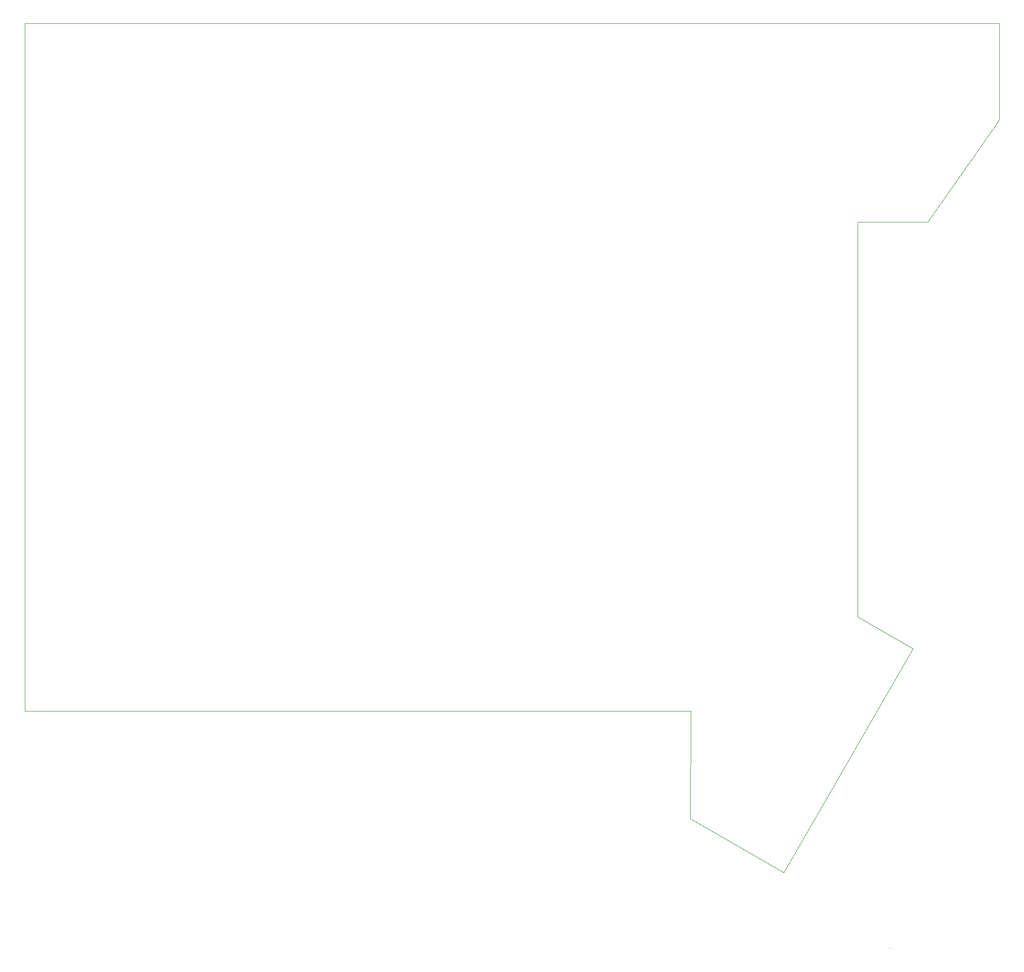
<source format=gbr>
G04 #@! TF.GenerationSoftware,KiCad,Pcbnew,7.0.9*
G04 #@! TF.CreationDate,2023-12-20T02:37:33-06:00*
G04 #@! TF.ProjectId,keyboard,6b657962-6f61-4726-942e-6b696361645f,rev?*
G04 #@! TF.SameCoordinates,Original*
G04 #@! TF.FileFunction,Profile,NP*
%FSLAX46Y46*%
G04 Gerber Fmt 4.6, Leading zero omitted, Abs format (unit mm)*
G04 Created by KiCad (PCBNEW 7.0.9) date 2023-12-20 02:37:33*
%MOMM*%
%LPD*%
G01*
G04 APERTURE LIST*
G04 #@! TA.AperFunction,Profile*
%ADD10C,0.100000*%
G04 #@! TD*
G04 #@! TA.AperFunction,Profile*
%ADD11C,0.200000*%
G04 #@! TD*
G04 APERTURE END LIST*
D10*
X206300000Y-141290000D02*
X196450000Y-135610000D01*
X166810000Y-152320000D02*
X48550000Y-152310000D01*
X166800000Y-171470000D02*
X183360000Y-181020000D01*
X221670000Y-47260000D02*
X208950000Y-65370000D01*
X221670000Y-30050000D02*
X221670000Y-47260000D01*
X206300000Y-141290000D02*
X183360000Y-181020000D01*
D11*
X202140001Y-194530000D02*
G75*
G03*
X202140001Y-194530000I-1J0D01*
G01*
D10*
X48550000Y-30050000D02*
X48550000Y-152310000D01*
X196500000Y-65380000D02*
X196450000Y-135610000D01*
X166810000Y-152320000D02*
X166800000Y-171470000D01*
X221670000Y-30050000D02*
X48550000Y-30050000D01*
X208950000Y-65370000D02*
X196500000Y-65380000D01*
M02*

</source>
